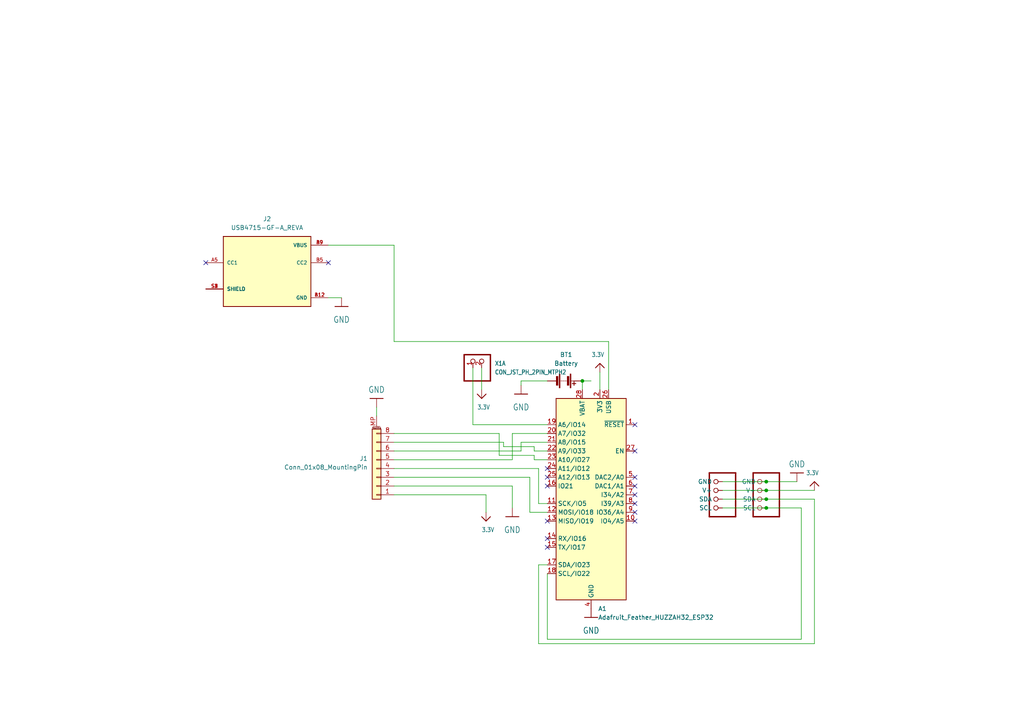
<source format=kicad_sch>
(kicad_sch (version 20211123) (generator eeschema)
  (paper "A4")
  (lib_symbols
    (symbol "Connector_Generic_MountingPin:Conn_01x08_MountingPin" (pin_names (offset 1.016) hide)
      (property "Reference" "J" (at 0 10.16 0))
      (property "Value" "Conn_01x08_MountingPin" (at 1.27 -12.7 0))
      (symbol "Conn_01x08_MountingPin_1_1"
        (rectangle (start -1.27 -10.033) (end 0 -10.287) (stroke (width 0.1524)))
        (rectangle (start -1.27 -7.493) (end 0 -7.747) (stroke (width 0.1524)))
        (rectangle (start -1.27 -4.953) (end 0 -5.207) (stroke (width 0.1524)))
        (rectangle (start -1.27 -2.413) (end 0 -2.667) (stroke (width 0.1524)))
        (rectangle (start -1.27 0.127) (end 0 -0.127) (stroke (width 0.1524)))
        (rectangle (start -1.27 2.667) (end 0 2.413) (stroke (width 0.1524)))
        (rectangle (start -1.27 5.207) (end 0 4.953) (stroke (width 0.1524)))
        (rectangle (start -1.27 7.747) (end 0 7.493) (stroke (width 0.1524)))
        (rectangle (start -1.27 8.89) (end 1.27 -11.43) (stroke (width 0.254)) (fill (type background)))
        (polyline (pts (xy -1.016 -12.192) (xy 1.016 -12.192)) (stroke (width 0.1524)))
        (text "Mounting" (at 0 -11.811 0) (effects (font (size 0.381 0.381))))
        (pin passive line (at -5.08 7.62 0) (length 3.81) (name "Pin_1") (number "1"))
        (pin passive line (at -5.08 5.08 0) (length 3.81) (name "Pin_2") (number "2"))
        (pin passive line (at -5.08 2.54 0) (length 3.81) (name "Pin_3") (number "3"))
        (pin passive line (at -5.08 0 0) (length 3.81) (name "Pin_4") (number "4"))
        (pin passive line (at -5.08 -2.54 0) (length 3.81) (name "Pin_5") (number "5"))
        (pin passive line (at -5.08 -5.08 0) (length 3.81) (name "Pin_6") (number "6"))
        (pin passive line (at -5.08 -7.62 0) (length 3.81) (name "Pin_7") (number "7"))
        (pin passive line (at -5.08 -10.16 0) (length 3.81) (name "Pin_8") (number "8"))
        (pin passive line (at 0 -15.24 90) (length 3.048) (name "MountPin") (number "MP"))
      )
    )
    (symbol "ControllerBoard-eagle-import:3.3V" (power)
      (property "Value" "3.3V" (at -1.524 1.016 0))
      (symbol "3.3V_1_0"
        (polyline (pts (xy -1.27 -1.27) (xy 0 0)) (stroke (width 0.254)))
        (polyline (pts (xy 0 0) (xy 1.27 -1.27)) (stroke (width 0.254)))
        (pin power_in line (at 0 -2.54 90) (length 2.54) (name "3.3V") (number "1"))
      )
    )
    (symbol "ControllerBoard-eagle-import:CON_JST_PH_2PIN_MTPH2"
      (property "Reference" "X" (at 0 5.588 90))
      (property "Value" "CON_JST_PH_2PIN_MTPH2" (at 1.651 5.588 90))
      (symbol "CON_JST_PH_2PIN_MTPH2_1_0"
        (polyline (pts (xy -6.35 -2.54) (xy 1.27 -2.54)) (stroke (width 0.4064)))
        (polyline (pts (xy -6.35 5.08) (xy -6.35 -2.54)) (stroke (width 0.4064)))
        (polyline (pts (xy 1.27 -2.54) (xy 1.27 5.08)) (stroke (width 0.4064)))
        (polyline (pts (xy 1.27 5.08) (xy -6.35 5.08)) (stroke (width 0.4064)))
        (pin passive inverted (at -2.54 2.54 0) (length 2.54) (name "1") (number "1"))
        (pin passive inverted (at -2.54 0 0) (length 2.54) (name "2") (number "2"))
      )
      (symbol "CON_JST_PH_2PIN_MTPH2_2_0"
        (circle (center 0 3.81) (radius 1.27) (stroke (width 0.254)))
        (pin bidirectional line (at 0 0 90) (length 2.54) (name "P$1") (number "NC2"))
      )
      (symbol "CON_JST_PH_2PIN_MTPH2_3_0"
        (circle (center 0 3.81) (radius 1.27) (stroke (width 0.254)))
        (pin bidirectional line (at 0 0 90) (length 2.54) (name "P$1") (number "NC1"))
      )
    )
    (symbol "ControllerBoard-eagle-import:GND" (power)
      (property "Value" "GND" (at -2.54 -2.54 0))
      (symbol "GND_1_0"
        (polyline (pts (xy -1.905 0) (xy 1.905 0)) (stroke (width 0.254)))
        (pin power_in line (at 0 2.54 270) (length 2.54) (name "GND") (number "1"))
      )
    )
    (symbol "ControllerBoard-eagle-import:STEMMA_I2C_QT"
      (symbol "STEMMA_I2C_QT_1_0"
        (polyline (pts (xy -3.81 -5.08) (xy 3.81 -5.08)) (stroke (width 0.4064)))
        (polyline (pts (xy -3.81 7.62) (xy -3.81 -5.08)) (stroke (width 0.4064)))
        (polyline (pts (xy 3.81 -5.08) (xy 3.81 7.62)) (stroke (width 0.4064)))
        (polyline (pts (xy 3.81 7.62) (xy -3.81 7.62)) (stroke (width 0.4064)))
        (pin passive inverted (at 0 5.08 0) (length 2.54) (name "GND") (number "1"))
        (pin passive inverted (at 0 2.54 0) (length 2.54) (name "V+") (number "2"))
        (pin passive inverted (at 0 0 0) (length 2.54) (name "SDA") (number "3"))
        (pin passive inverted (at 0 -2.54 0) (length 2.54) (name "SCL") (number "4"))
      )
      (symbol "STEMMA_I2C_QT_2_0"
        (pin bidirectional line (at 0 0 0) (length 5.08) (name "MT") (number "MT1"))
      )
      (symbol "STEMMA_I2C_QT_3_0"
        (pin bidirectional line (at 0 0 0) (length 5.08) (name "MT") (number "MT2"))
      )
    )
    (symbol "Device:Battery" (pin_numbers hide) (pin_names (offset 0) hide)
      (property "Reference" "BT" (at 2.54 2.54 0))
      (property "Value" "Battery" (at 2.54 0 0))
      (symbol "Battery_0_1"
        (rectangle (start -2.032 -1.397) (end 2.032 -1.651) (fill (type outline)))
        (rectangle (start -2.032 1.778) (end 2.032 1.524) (fill (type outline)))
        (rectangle (start -1.3208 -1.9812) (end 1.27 -2.4892) (fill (type outline)))
        (rectangle (start -1.3208 1.1938) (end 1.27 0.6858) (fill (type outline)))
        (polyline (pts (xy 0 -1.524) (xy 0 -1.27)))
        (polyline (pts (xy 0 -1.016) (xy 0 -0.762)))
        (polyline (pts (xy 0 -0.508) (xy 0 -0.254)))
        (polyline (pts (xy 0 0) (xy 0 0.254)))
        (polyline (pts (xy 0 0.508) (xy 0 0.762)))
        (polyline (pts (xy 0 1.778) (xy 0 2.54)))
        (polyline (pts (xy 0.254 2.667) (xy 1.27 2.667)) (stroke (width 0.254)))
        (polyline (pts (xy 0.762 3.175) (xy 0.762 2.159)) (stroke (width 0.254)))
      )
      (symbol "Battery_1_1"
        (pin passive line (at 0 5.08 270) (length 2.54) (name "+") (number "1"))
        (pin passive line (at 0 -5.08 90) (length 2.54) (name "-") (number "2"))
      )
    )
    (symbol "MCU_Module:Adafruit_Feather_HUZZAH32_ESP32"
      (property "Reference" "A" (at -10.16 29.21 0))
      (property "Value" "Adafruit_Feather_HUZZAH32_ESP32" (at 2.54 -31.75 0))
      (symbol "Adafruit_Feather_HUZZAH32_ESP32_0_1"
        (rectangle (start -10.16 27.94) (end 10.16 -30.48) (stroke (width 0.254)) (fill (type background)))
      )
      (symbol "Adafruit_Feather_HUZZAH32_ESP32_1_1"
        (pin input line (at 12.7 20.32 180) (length 2.54) (name "~{RESET}") (number "1"))
        (pin bidirectional line (at 12.7 -7.62 180) (length 2.54) (name "IO4/A5") (number "10"))
        (pin bidirectional line (at -12.7 -2.54 0) (length 2.54) (name "SCK/IO5") (number "11"))
        (pin bidirectional line (at -12.7 -5.08 0) (length 2.54) (name "MOSI/IO18") (number "12"))
        (pin bidirectional line (at -12.7 -7.62 0) (length 2.54) (name "MISO/IO19") (number "13"))
        (pin bidirectional line (at -12.7 -12.7 0) (length 2.54) (name "RX/IO16") (number "14"))
        (pin bidirectional line (at -12.7 -15.24 0) (length 2.54) (name "TX/IO17") (number "15"))
        (pin bidirectional line (at -12.7 2.54 0) (length 2.54) (name "IO21") (number "16"))
        (pin bidirectional line (at -12.7 -20.32 0) (length 2.54) (name "SDA/IO23") (number "17"))
        (pin bidirectional line (at -12.7 -22.86 0) (length 2.54) (name "SCL/IO22") (number "18"))
        (pin bidirectional line (at -12.7 20.32 0) (length 2.54) (name "A6/IO14") (number "19"))
        (pin power_in line (at 2.54 30.48 270) (length 2.54) (name "3V3") (number "2"))
        (pin bidirectional line (at -12.7 17.78 0) (length 2.54) (name "A7/IO32") (number "20"))
        (pin bidirectional line (at -12.7 15.24 0) (length 2.54) (name "A8/IO15") (number "21"))
        (pin bidirectional line (at -12.7 12.7 0) (length 2.54) (name "A9/IO33") (number "22"))
        (pin bidirectional line (at -12.7 10.16 0) (length 2.54) (name "A10/IO27") (number "23"))
        (pin bidirectional line (at -12.7 7.62 0) (length 2.54) (name "A11/IO12") (number "24"))
        (pin bidirectional line (at -12.7 5.08 0) (length 2.54) (name "A12/IO13") (number "25"))
        (pin power_in line (at 5.08 30.48 270) (length 2.54) (name "USB") (number "26"))
        (pin input line (at 12.7 12.7 180) (length 2.54) (name "EN") (number "27"))
        (pin power_in line (at -2.54 30.48 270) (length 2.54) (name "VBAT") (number "28"))
        (pin no_connect line (at 10.16 10.16 180) (length 2.54) hide (name "NC") (number "3"))
        (pin power_in line (at 0 -33.02 90) (length 2.54) (name "GND") (number "4"))
        (pin bidirectional line (at 12.7 5.08 180) (length 2.54) (name "DAC2/A0") (number "5"))
        (pin bidirectional line (at 12.7 2.54 180) (length 2.54) (name "DAC1/A1") (number "6"))
        (pin bidirectional line (at 12.7 0 180) (length 2.54) (name "I34/A2") (number "7"))
        (pin bidirectional line (at 12.7 -2.54 180) (length 2.54) (name "I39/A3") (number "8"))
        (pin bidirectional line (at 12.7 -5.08 180) (length 2.54) (name "IO36/A4") (number "9"))
      )
    )
    (symbol "USB4715-GF-A_REVA:USB4715-GF-A_REVA" (pin_names (offset 1.016))
      (property "Reference" "J" (at -12.7 10.922 0))
      (property "Value" "USB4715-GF-A_REVA" (at -12.7 -10.922 0))
      (symbol "USB4715-GF-A_REVA_0_0"
        (rectangle (start -12.7 -10.16) (end 12.7 10.16) (stroke (width 0.254)) (fill (type background)))
        (pin power_in line (at 17.78 -7.62 180) (length 5.08) (name "GND") (number "A12"))
        (pin bidirectional line (at -17.78 2.54 0) (length 5.08) (name "CC1") (number "A5"))
        (pin power_in line (at 17.78 7.62 180) (length 5.08) (name "VBUS") (number "A9"))
        (pin power_in line (at 17.78 -7.62 180) (length 5.08) (name "GND") (number "B12"))
        (pin bidirectional line (at 17.78 2.54 180) (length 5.08) (name "CC2") (number "B5"))
        (pin power_in line (at 17.78 7.62 180) (length 5.08) (name "VBUS") (number "B9"))
        (pin passive line (at -17.78 -5.08 0) (length 5.08) (name "SHIELD") (number "S1"))
        (pin passive line (at -17.78 -5.08 0) (length 5.08) (name "SHIELD") (number "S2"))
        (pin passive line (at -17.78 -5.08 0) (length 5.08) (name "SHIELD") (number "S3"))
        (pin passive line (at -17.78 -5.08 0) (length 5.08) (name "SHIELD") (number "S4"))
      )
    )
  )
  (junction (at 222.25 147.32))
  (junction (at 168.91 110.49))
  (junction (at 222.25 144.78))
  (junction (at 222.25 139.7))
  (junction (at 222.25 142.24))
  (no_connect (at 158.75 135.89))
  (no_connect (at 158.75 140.97))
  (no_connect (at 158.75 138.43))
  (no_connect (at 158.75 151.13))
  (no_connect (at 158.75 156.21))
  (no_connect (at 158.75 158.75))
  (no_connect (at 184.15 151.13))
  (no_connect (at 184.15 148.59))
  (no_connect (at 184.15 143.51))
  (no_connect (at 184.15 146.05))
  (no_connect (at 95.25 76.2))
  (no_connect (at 59.69 76.2))
  (no_connect (at 184.15 123.19))
  (no_connect (at 184.15 130.81))
  (no_connect (at 184.15 138.43))
  (no_connect (at 184.15 140.97))
  (wire (pts (xy 144.78 125.73) (xy 144.78 132.08)))
  (wire (pts (xy 148.59 140.97) (xy 148.59 147.32)))
  (wire (pts (xy 209.55 147.32) (xy 222.25 147.32)))
  (wire (pts (xy 222.25 147.32) (xy 232.41 147.32)))
  (wire (pts (xy 114.3 128.27) (xy 146.05 128.27)))
  (wire (pts (xy 99.06 86.36) (xy 95.25 86.36)))
  (wire (pts (xy 146.05 128.27) (xy 146.05 129.54)))
  (wire (pts (xy 109.22 120.65) (xy 109.22 118.11)))
  (wire (pts (xy 114.3 138.43) (xy 153.67 138.43)))
  (wire (pts (xy 137.16 123.19) (xy 158.75 123.19)))
  (wire (pts (xy 209.55 139.7) (xy 222.25 139.7)))
  (wire (pts (xy 146.05 129.54) (xy 154.94 129.54)))
  (wire (pts (xy 154.94 129.54) (xy 154.94 130.81)))
  (wire (pts (xy 236.22 142.24) (xy 222.25 142.24)))
  (wire (pts (xy 158.75 110.49) (xy 151.13 110.49)))
  (wire (pts (xy 158.75 185.42) (xy 158.75 166.37)))
  (wire (pts (xy 156.21 186.69) (xy 236.22 186.69)))
  (wire (pts (xy 168.91 110.49) (xy 168.91 113.03)))
  (wire (pts (xy 222.25 144.78) (xy 236.22 144.78)))
  (wire (pts (xy 209.55 142.24) (xy 222.25 142.24)))
  (wire (pts (xy 151.13 128.27) (xy 158.75 128.27)))
  (wire (pts (xy 232.41 147.32) (xy 232.41 185.42)))
  (wire (pts (xy 114.3 71.12) (xy 114.3 99.06)))
  (wire (pts (xy 114.3 125.73) (xy 144.78 125.73)))
  (wire (pts (xy 151.13 130.81) (xy 151.13 128.27)))
  (wire (pts (xy 154.94 133.35) (xy 158.75 133.35)))
  (wire (pts (xy 158.75 163.83) (xy 156.21 163.83)))
  (wire (pts (xy 158.75 185.42) (xy 232.41 185.42)))
  (wire (pts (xy 236.22 144.78) (xy 236.22 186.69)))
  (wire (pts (xy 154.94 132.08) (xy 154.94 133.35)))
  (wire (pts (xy 114.3 135.89) (xy 156.21 135.89)))
  (wire (pts (xy 176.53 99.06) (xy 114.3 99.06)))
  (wire (pts (xy 114.3 140.97) (xy 148.59 140.97)))
  (wire (pts (xy 144.78 132.08) (xy 154.94 132.08)))
  (wire (pts (xy 222.25 139.7) (xy 231.14 139.7)))
  (wire (pts (xy 173.99 107.95) (xy 173.99 113.03)))
  (wire (pts (xy 140.97 148.59) (xy 140.97 143.51)))
  (wire (pts (xy 153.67 138.43) (xy 153.67 148.59)))
  (wire (pts (xy 176.53 113.03) (xy 176.53 99.06)))
  (wire (pts (xy 137.16 106.68) (xy 137.16 123.19)))
  (wire (pts (xy 156.21 163.83) (xy 156.21 186.69)))
  (wire (pts (xy 209.55 144.78) (xy 222.25 144.78)))
  (wire (pts (xy 158.75 146.05) (xy 156.21 146.05)))
  (wire (pts (xy 114.3 133.35) (xy 148.59 133.35)))
  (wire (pts (xy 114.3 71.12) (xy 95.25 71.12)))
  (wire (pts (xy 153.67 148.59) (xy 158.75 148.59)))
  (wire (pts (xy 139.7 106.68) (xy 139.7 113.03)))
  (wire (pts (xy 140.97 143.51) (xy 114.3 143.51)))
  (wire (pts (xy 114.3 130.81) (xy 151.13 130.81)))
  (wire (pts (xy 154.94 130.81) (xy 158.75 130.81)))
  (wire (pts (xy 171.45 110.49) (xy 168.91 110.49)))
  (wire (pts (xy 151.13 110.49) (xy 151.13 111.76)))
  (wire (pts (xy 148.59 133.35) (xy 148.59 125.73)))
  (wire (pts (xy 148.59 125.73) (xy 158.75 125.73)))
  (wire (pts (xy 156.21 135.89) (xy 156.21 146.05)))
  (symbol (lib_id "Connector_Generic_MountingPin:Conn_01x08_MountingPin") (at 109.22 135.89 180) (unit 1)
    (property "Reference" "J1" (at 106.68 132.9943 0) (effects (justify left)))
    (property "Value" "Conn_01x08_MountingPin" (at 106.68 135.5343 0) (effects (justify left)))
    (property "Footprint" "Connector_JST:JST_PH_B8B-PH-SM4-TB_1x08-1MP_P2.00mm_Vertical" (effects hide))
  )
  (symbol (lib_id "ControllerBoard-eagle-import:GND") (at 148.59 149.86 0) (unit 1)
    (property "Reference" "#GND0101" (effects hide))
    (property "Value" "GND" (at 148.59 153.67 0) (effects (font (size 1.778 1.5113))))
    (property "Footprint" "ControllerBoard:" (effects hide))
  )
  (symbol (lib_id "ControllerBoard-eagle-import:GND") (at 151.13 114.3 0) (unit 1)
    (property "Reference" "#GND0102" (effects hide))
    (property "Value" "GND" (at 151.13 118.11 0) (effects (font (size 1.778 1.5113))))
    (property "Footprint" "ControllerBoard:" (effects hide))
  )
  (symbol (lib_id "MCU_Module:Adafruit_Feather_HUZZAH32_ESP32") (at 171.45 143.51 0) (unit 1)
    (property "Reference" "A1" (at 173.4694 176.53 0) (effects (justify left)))
    (property "Value" "Adafruit_Feather_HUZZAH32_ESP32" (at 173.4694 179.07 0) (effects (justify left)))
    (property "Footprint" "Module:Adafruit_Feather" (effects hide))
    (property "Datasheet" "https://cdn-learn.adafruit.com/downloads/pdf/adafruit-huzzah32-esp32-feather.pdf" (effects hide))
  )
  (symbol (lib_id "ControllerBoard-eagle-import:STEMMA_I2C_QT") (at 222.25 144.78 0) (mirror y) (unit 1)
    (property "Reference" "CONN1" (effects hide))
    (property "Value" "STEMMA_I2C_QT" (effects hide))
    (property "Footprint" "Connector_JST:JST_SH_SM04B-SRSS-TB_1x04-1MP_P1.00mm_Horizontal" (effects hide))
  )
  (symbol (lib_id "ControllerBoard-eagle-import:STEMMA_I2C_QT") (at 209.55 144.78 0) (mirror y) (unit 1)
    (property "Reference" "CONN2" (effects hide))
    (property "Value" "STEMMA_I2C_QT" (effects hide))
    (property "Footprint" "Connector_JST:JST_SH_SM04B-SRSS-TB_1x04-1MP_P1.00mm_Horizontal" (effects hide))
  )
  (symbol (lib_id "ControllerBoard-eagle-import:CON_JST_PH_2PIN_MTPH2") (at 139.7 104.14 90) (unit 1)
    (property "Reference" "X1" (at 143.51 105.4099 90) (effects (font (size 1.27 1.0795)) (justify right)))
    (property "Value" "CON_JST_PH_2PIN_MTPH2" (at 143.51 107.9499 90) (effects (font (size 1.27 1.0795)) (justify right)))
    (property "Footprint" "Connector_JST:JST_EH_B2B-EH-A_1x02_P2.50mm_Vertical" (effects hide))
  )
  (symbol (lib_id "ControllerBoard-eagle-import:3.3V") (at 236.22 139.7 0) (unit 1)
    (property "Reference" "#U0103" (effects hide))
    (property "Value" "3.3V" (at 237.49 137.16 0) (effects (font (size 1.27 1.0795)) (justify right)))
    (property "Footprint" "ControllerBoard:" (effects hide))
  )
  (symbol (lib_id "ControllerBoard-eagle-import:3.3V") (at 139.7 115.57 180) (unit 1)
    (property "Reference" "#U0101" (effects hide))
    (property "Value" "3.3V" (at 138.43 118.11 0) (effects (font (size 1.27 1.0795)) (justify right)))
    (property "Footprint" "ControllerBoard:" (effects hide))
  )
  (symbol (lib_id "ControllerBoard-eagle-import:GND") (at 171.45 179.07 0) (unit 1)
    (property "Reference" "#GND0105" (effects hide))
    (property "Value" "GND" (at 171.45 182.88 0) (effects (font (size 1.778 1.5113))))
    (property "Footprint" "ControllerBoard:" (effects hide))
  )
  (symbol (lib_id "ControllerBoard-eagle-import:3.3V") (at 173.99 105.41 0) (unit 1)
    (property "Reference" "#U0102" (effects hide))
    (property "Value" "3.3V" (at 175.26 102.87 0) (effects (font (size 1.27 1.0795)) (justify right)))
    (property "Footprint" "ControllerBoard:" (effects hide))
  )
  (symbol (lib_id "ControllerBoard-eagle-import:GND") (at 109.22 115.57 180) (unit 1)
    (property "Reference" "#GND0104" (effects hide))
    (property "Value" "GND" (at 109.22 113.03 0) (effects (font (size 1.778 1.5113))))
    (property "Footprint" "ControllerBoard:" (effects hide))
  )
  (symbol (lib_id "ControllerBoard-eagle-import:GND") (at 99.06 88.9 0) (unit 1)
    (property "Reference" "#GND0103" (effects hide))
    (property "Value" "GND" (at 99.06 92.71 0) (effects (font (size 1.778 1.5113))))
    (property "Footprint" "ControllerBoard:" (effects hide))
  )
  (symbol (lib_id "ControllerBoard-eagle-import:3.3V") (at 140.97 151.13 180) (unit 1)
    (property "Reference" "#0101" (effects hide))
    (property "Value" "3.3V" (at 139.7 153.67 0) (effects (font (size 1.27 1.0795)) (justify right)))
    (property "Footprint" "ControllerBoard:" (effects hide))
  )
  (symbol (lib_id "ControllerBoard-eagle-import:GND") (at 231.14 137.16 180) (unit 1)
    (property "Reference" "#GND0106" (effects hide))
    (property "Value" "GND" (at 231.14 134.62 0) (effects (font (size 1.778 1.5113))))
    (property "Footprint" "ControllerBoard:" (effects hide))
  )
  (symbol (lib_id "USB4715-GF-A_REVA:USB4715-GF-A_REVA") (at 77.47 78.74 0) (unit 1)
    (property "Reference" "J2" (at 77.47 63.5 0))
    (property "Value" "USB4715-GF-A_REVA" (at 77.47 66.04 0) (effects (justify mirror)))
    (property "Footprint" "USB4715-GF-A_REVA:GCT_USB4715-GF-A_REVA" (effects hide))
    (property "PARTREV" "A" (effects hide))
    (property "MAXIMUM_PACKAGE_HEIGHT" "4.76 mm" (effects hide))
    (property "MANUFACTURER" "GCT" (effects hide))
    (property "SNAPEDA_PN" "USB4715-GF-A" (effects hide))
    (property "STANDARD" "Manufacturer Recommendations" (effects hide))
  )
  (symbol (lib_id "Device:Battery") (at 163.83 110.49 270) (unit 1)
    (property "Reference" "BT1" (at 164.211 102.87 90))
    (property "Value" "Battery" (at 164.211 105.41 90))
    (property "Footprint" "Battery:BatteryHolder_Keystone_2460_1xAA" (effects hide))
  )
)
</source>
